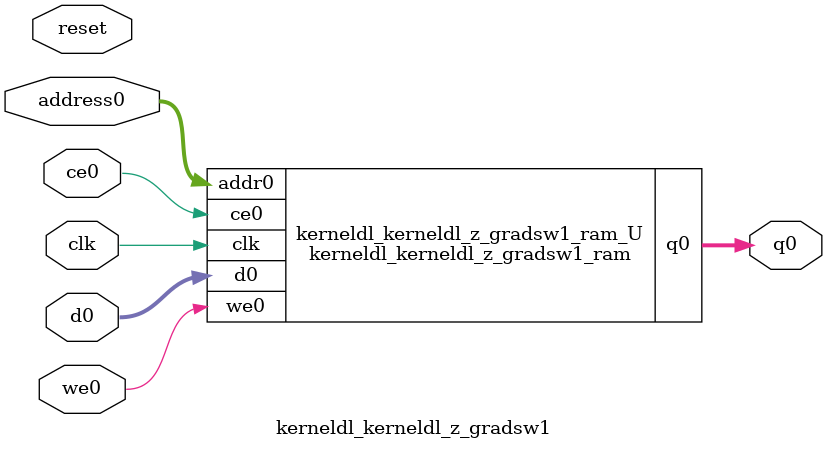
<source format=v>
`timescale 1 ns / 1 ps
module kerneldl_kerneldl_z_gradsw1_ram (addr0, ce0, d0, we0, q0,  clk);

parameter DWIDTH = 32;
parameter AWIDTH = 16;
parameter MEM_SIZE = 33280;

input[AWIDTH-1:0] addr0;
input ce0;
input[DWIDTH-1:0] d0;
input we0;
output reg[DWIDTH-1:0] q0;
input clk;

(* ram_style = "block" *)reg [DWIDTH-1:0] ram[0:MEM_SIZE-1];




always @(posedge clk)  
begin 
    if (ce0) 
    begin
        if (we0) 
        begin 
            ram[addr0] <= d0; 
        end 
        q0 <= ram[addr0];
    end
end


endmodule

`timescale 1 ns / 1 ps
module kerneldl_kerneldl_z_gradsw1(
    reset,
    clk,
    address0,
    ce0,
    we0,
    d0,
    q0);

parameter DataWidth = 32'd32;
parameter AddressRange = 32'd33280;
parameter AddressWidth = 32'd16;
input reset;
input clk;
input[AddressWidth - 1:0] address0;
input ce0;
input we0;
input[DataWidth - 1:0] d0;
output[DataWidth - 1:0] q0;



kerneldl_kerneldl_z_gradsw1_ram kerneldl_kerneldl_z_gradsw1_ram_U(
    .clk( clk ),
    .addr0( address0 ),
    .ce0( ce0 ),
    .we0( we0 ),
    .d0( d0 ),
    .q0( q0 ));

endmodule


</source>
